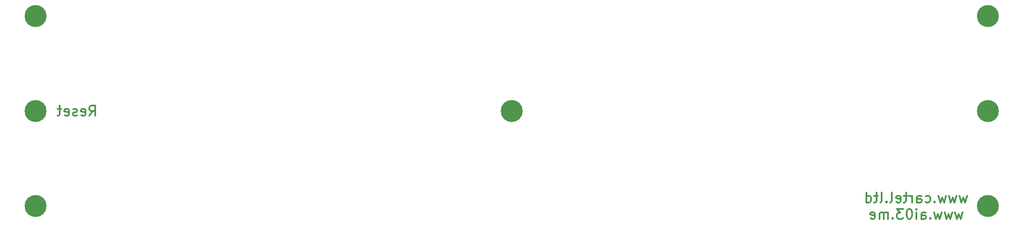
<source format=gbs>
%TF.GenerationSoftware,KiCad,Pcbnew,4.0.7*%
%TF.CreationDate,2018-01-16T00:43:50-08:00*%
%TF.ProjectId,DanckBottomPlate,44616E636B426F74746F6D506C617465,rev?*%
%TF.FileFunction,Soldermask,Bot*%
%FSLAX46Y46*%
G04 Gerber Fmt 4.6, Leading zero omitted, Abs format (unit mm)*
G04 Created by KiCad (PCBNEW 4.0.7) date 01/16/18 00:43:50*
%MOMM*%
%LPD*%
G01*
G04 APERTURE LIST*
%ADD10C,0.100000*%
%ADD11C,0.300000*%
%ADD12C,4.400000*%
G04 APERTURE END LIST*
D10*
D11*
X245092857Y-102696429D02*
X244711904Y-104029762D01*
X244330952Y-103077381D01*
X243950000Y-104029762D01*
X243569047Y-102696429D01*
X242997619Y-102696429D02*
X242616666Y-104029762D01*
X242235714Y-103077381D01*
X241854762Y-104029762D01*
X241473809Y-102696429D01*
X240902381Y-102696429D02*
X240521428Y-104029762D01*
X240140476Y-103077381D01*
X239759524Y-104029762D01*
X239378571Y-102696429D01*
X238616667Y-103839286D02*
X238521428Y-103934524D01*
X238616667Y-104029762D01*
X238711905Y-103934524D01*
X238616667Y-103839286D01*
X238616667Y-104029762D01*
X236807143Y-103934524D02*
X236997619Y-104029762D01*
X237378571Y-104029762D01*
X237569047Y-103934524D01*
X237664286Y-103839286D01*
X237759524Y-103648810D01*
X237759524Y-103077381D01*
X237664286Y-102886905D01*
X237569047Y-102791667D01*
X237378571Y-102696429D01*
X236997619Y-102696429D01*
X236807143Y-102791667D01*
X235092857Y-104029762D02*
X235092857Y-102982143D01*
X235188095Y-102791667D01*
X235378571Y-102696429D01*
X235759523Y-102696429D01*
X235950000Y-102791667D01*
X235092857Y-103934524D02*
X235283333Y-104029762D01*
X235759523Y-104029762D01*
X235950000Y-103934524D01*
X236045238Y-103744048D01*
X236045238Y-103553571D01*
X235950000Y-103363095D01*
X235759523Y-103267857D01*
X235283333Y-103267857D01*
X235092857Y-103172619D01*
X234140476Y-104029762D02*
X234140476Y-102696429D01*
X234140476Y-103077381D02*
X234045237Y-102886905D01*
X233949999Y-102791667D01*
X233759523Y-102696429D01*
X233569047Y-102696429D01*
X233188095Y-102696429D02*
X232426190Y-102696429D01*
X232902381Y-102029762D02*
X232902381Y-103744048D01*
X232807142Y-103934524D01*
X232616666Y-104029762D01*
X232426190Y-104029762D01*
X230997619Y-103934524D02*
X231188095Y-104029762D01*
X231569047Y-104029762D01*
X231759524Y-103934524D01*
X231854762Y-103744048D01*
X231854762Y-102982143D01*
X231759524Y-102791667D01*
X231569047Y-102696429D01*
X231188095Y-102696429D01*
X230997619Y-102791667D01*
X230902381Y-102982143D01*
X230902381Y-103172619D01*
X231854762Y-103363095D01*
X229759523Y-104029762D02*
X229949999Y-103934524D01*
X230045238Y-103744048D01*
X230045238Y-102029762D01*
X228997619Y-103839286D02*
X228902380Y-103934524D01*
X228997619Y-104029762D01*
X229092857Y-103934524D01*
X228997619Y-103839286D01*
X228997619Y-104029762D01*
X227759523Y-104029762D02*
X227949999Y-103934524D01*
X228045238Y-103744048D01*
X228045238Y-102029762D01*
X227283333Y-102696429D02*
X226521428Y-102696429D01*
X226997619Y-102029762D02*
X226997619Y-103744048D01*
X226902380Y-103934524D01*
X226711904Y-104029762D01*
X226521428Y-104029762D01*
X224997619Y-104029762D02*
X224997619Y-102029762D01*
X224997619Y-103934524D02*
X225188095Y-104029762D01*
X225569047Y-104029762D01*
X225759523Y-103934524D01*
X225854762Y-103839286D01*
X225950000Y-103648810D01*
X225950000Y-103077381D01*
X225854762Y-102886905D01*
X225759523Y-102791667D01*
X225569047Y-102696429D01*
X225188095Y-102696429D01*
X224997619Y-102791667D01*
X244235715Y-105996429D02*
X243854762Y-107329762D01*
X243473810Y-106377381D01*
X243092858Y-107329762D01*
X242711905Y-105996429D01*
X242140477Y-105996429D02*
X241759524Y-107329762D01*
X241378572Y-106377381D01*
X240997620Y-107329762D01*
X240616667Y-105996429D01*
X240045239Y-105996429D02*
X239664286Y-107329762D01*
X239283334Y-106377381D01*
X238902382Y-107329762D01*
X238521429Y-105996429D01*
X237759525Y-107139286D02*
X237664286Y-107234524D01*
X237759525Y-107329762D01*
X237854763Y-107234524D01*
X237759525Y-107139286D01*
X237759525Y-107329762D01*
X235950001Y-107329762D02*
X235950001Y-106282143D01*
X236045239Y-106091667D01*
X236235715Y-105996429D01*
X236616667Y-105996429D01*
X236807144Y-106091667D01*
X235950001Y-107234524D02*
X236140477Y-107329762D01*
X236616667Y-107329762D01*
X236807144Y-107234524D01*
X236902382Y-107044048D01*
X236902382Y-106853571D01*
X236807144Y-106663095D01*
X236616667Y-106567857D01*
X236140477Y-106567857D01*
X235950001Y-106472619D01*
X234997620Y-107329762D02*
X234997620Y-105996429D01*
X234997620Y-105329762D02*
X235092858Y-105425000D01*
X234997620Y-105520238D01*
X234902381Y-105425000D01*
X234997620Y-105329762D01*
X234997620Y-105520238D01*
X233664286Y-105329762D02*
X233473810Y-105329762D01*
X233283334Y-105425000D01*
X233188096Y-105520238D01*
X233092858Y-105710714D01*
X232997619Y-106091667D01*
X232997619Y-106567857D01*
X233092858Y-106948810D01*
X233188096Y-107139286D01*
X233283334Y-107234524D01*
X233473810Y-107329762D01*
X233664286Y-107329762D01*
X233854762Y-107234524D01*
X233950000Y-107139286D01*
X234045239Y-106948810D01*
X234140477Y-106567857D01*
X234140477Y-106091667D01*
X234045239Y-105710714D01*
X233950000Y-105520238D01*
X233854762Y-105425000D01*
X233664286Y-105329762D01*
X232330953Y-105329762D02*
X231092857Y-105329762D01*
X231759524Y-106091667D01*
X231473810Y-106091667D01*
X231283334Y-106186905D01*
X231188096Y-106282143D01*
X231092857Y-106472619D01*
X231092857Y-106948810D01*
X231188096Y-107139286D01*
X231283334Y-107234524D01*
X231473810Y-107329762D01*
X232045238Y-107329762D01*
X232235715Y-107234524D01*
X232330953Y-107139286D01*
X230235715Y-107139286D02*
X230140476Y-107234524D01*
X230235715Y-107329762D01*
X230330953Y-107234524D01*
X230235715Y-107139286D01*
X230235715Y-107329762D01*
X229283334Y-107329762D02*
X229283334Y-105996429D01*
X229283334Y-106186905D02*
X229188095Y-106091667D01*
X228997619Y-105996429D01*
X228711905Y-105996429D01*
X228521429Y-106091667D01*
X228426191Y-106282143D01*
X228426191Y-107329762D01*
X228426191Y-106282143D02*
X228330953Y-106091667D01*
X228140476Y-105996429D01*
X227854762Y-105996429D01*
X227664286Y-106091667D01*
X227569048Y-106282143D01*
X227569048Y-107329762D01*
X225854762Y-107234524D02*
X226045238Y-107329762D01*
X226426190Y-107329762D01*
X226616667Y-107234524D01*
X226711905Y-107044048D01*
X226711905Y-106282143D01*
X226616667Y-106091667D01*
X226426190Y-105996429D01*
X226045238Y-105996429D01*
X225854762Y-106091667D01*
X225759524Y-106282143D01*
X225759524Y-106472619D01*
X226711905Y-106663095D01*
X69548065Y-86629762D02*
X70214732Y-85677381D01*
X70690923Y-86629762D02*
X70690923Y-84629762D01*
X69929018Y-84629762D01*
X69738542Y-84725000D01*
X69643303Y-84820238D01*
X69548065Y-85010714D01*
X69548065Y-85296429D01*
X69643303Y-85486905D01*
X69738542Y-85582143D01*
X69929018Y-85677381D01*
X70690923Y-85677381D01*
X67929018Y-86534524D02*
X68119494Y-86629762D01*
X68500446Y-86629762D01*
X68690923Y-86534524D01*
X68786161Y-86344048D01*
X68786161Y-85582143D01*
X68690923Y-85391667D01*
X68500446Y-85296429D01*
X68119494Y-85296429D01*
X67929018Y-85391667D01*
X67833780Y-85582143D01*
X67833780Y-85772619D01*
X68786161Y-85963095D01*
X67071875Y-86534524D02*
X66881398Y-86629762D01*
X66500446Y-86629762D01*
X66309970Y-86534524D01*
X66214732Y-86344048D01*
X66214732Y-86248810D01*
X66309970Y-86058333D01*
X66500446Y-85963095D01*
X66786160Y-85963095D01*
X66976637Y-85867857D01*
X67071875Y-85677381D01*
X67071875Y-85582143D01*
X66976637Y-85391667D01*
X66786160Y-85296429D01*
X66500446Y-85296429D01*
X66309970Y-85391667D01*
X64595684Y-86534524D02*
X64786160Y-86629762D01*
X65167112Y-86629762D01*
X65357589Y-86534524D01*
X65452827Y-86344048D01*
X65452827Y-85582143D01*
X65357589Y-85391667D01*
X65167112Y-85296429D01*
X64786160Y-85296429D01*
X64595684Y-85391667D01*
X64500446Y-85582143D01*
X64500446Y-85772619D01*
X65452827Y-85963095D01*
X63929017Y-85296429D02*
X63167112Y-85296429D01*
X63643303Y-84629762D02*
X63643303Y-86344048D01*
X63548064Y-86534524D01*
X63357588Y-86629762D01*
X63167112Y-86629762D01*
D12*
X153987500Y-85725000D03*
X58737500Y-66675000D03*
X58737500Y-104775000D03*
X249237500Y-66675000D03*
X249237500Y-104775000D03*
X58737500Y-85725000D03*
X249237500Y-85725000D03*
M02*

</source>
